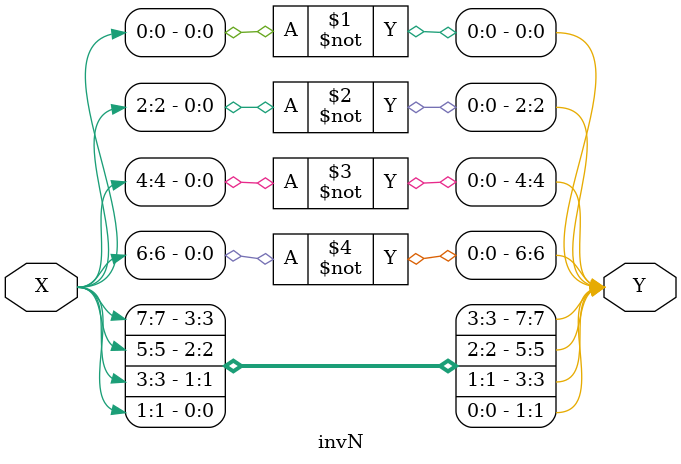
<source format=sv>
module invN #(parameter N=8) (output logic[N-1:0] Y, input logic[N-1:0] X);

//An integer that will never be represented in the final synthesis
genvar i;

generate 
 for (i=0; i<N; i=i+1) 
 begin : i_loop1
	if(i%2 == 0)
		not ui (Y[i], X[i]);
	else if (i%2 != 0)
		or ui (Y[i], X[i]);		
 end
endgenerate

endmodule




</source>
